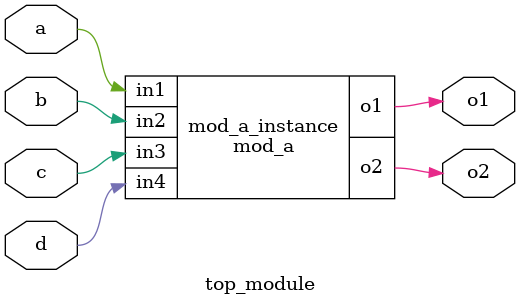
<source format=sv>
module mod_a(
    output o1,
    output o2,
    input in1,
    input in2,
    input in3,
    input in4
  );

  assign o1 = in1 | in2;
  assign o2 = in3 & in4;

endmodule

module top_module(
    input a,
    input b,
    input c,
    input d,
    output o1,
    output o2
  );

  mod_a mod_a_instance(
          .in1(a),
          .in2(b),
          .in3(c),
          .in4(d),
          .o1(o1),
          .o2(o2)
        );

`ifdef COCOTB_SIM

  initial
  begin
    $dumpfile ("top_module.vcd");
    $dumpvars (0, top_module);
    #1;
  end
`endif
endmodule

</source>
